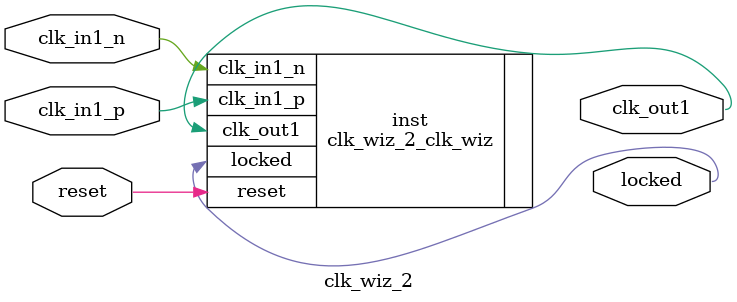
<source format=v>


`timescale 1ps/1ps

(* CORE_GENERATION_INFO = "clk_wiz_2,clk_wiz_v6_0_15_0_0,{component_name=clk_wiz_2,use_phase_alignment=false,use_min_o_jitter=false,use_max_i_jitter=false,use_dyn_phase_shift=false,use_inclk_switchover=false,use_dyn_reconfig=false,enable_axi=0,feedback_source=FDBK_AUTO,PRIMITIVE=MMCM,num_out_clk=1,clkin1_period=5.000,clkin2_period=10.0,use_power_down=false,use_reset=true,use_locked=true,use_inclk_stopped=false,feedback_type=SINGLE,CLOCK_MGR_TYPE=NA,manual_override=false}" *)

module clk_wiz_2 
 (
  // Clock out ports
  output        clk_out1,
  // Status and control signals
  input         reset,
  output        locked,
 // Clock in ports
  input         clk_in1_p,
  input         clk_in1_n
 );

  clk_wiz_2_clk_wiz inst
  (
  // Clock out ports  
  .clk_out1(clk_out1),
  // Status and control signals               
  .reset(reset), 
  .locked(locked),
 // Clock in ports
  .clk_in1_p(clk_in1_p),
  .clk_in1_n(clk_in1_n)
  );

endmodule

</source>
